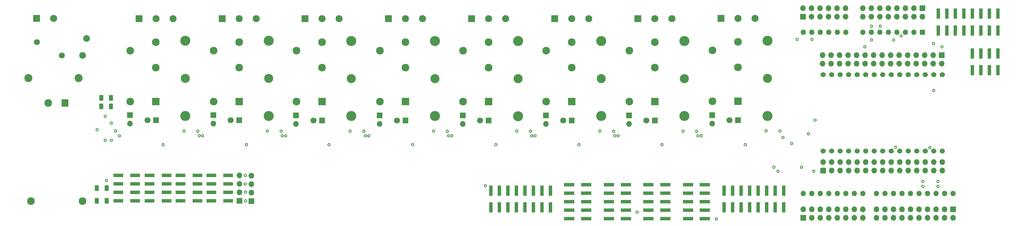
<source format=gbr>
%TF.GenerationSoftware,KiCad,Pcbnew,(6.0.11)*%
%TF.CreationDate,2023-05-25T03:36:55+07:00*%
%TF.ProjectId,RELAY_SHEILD_V2,52454c41-595f-4534-9845-494c445f5632,rev?*%
%TF.SameCoordinates,Original*%
%TF.FileFunction,Soldermask,Top*%
%TF.FilePolarity,Negative*%
%FSLAX46Y46*%
G04 Gerber Fmt 4.6, Leading zero omitted, Abs format (unit mm)*
G04 Created by KiCad (PCBNEW (6.0.11)) date 2023-05-25 03:36:55*
%MOMM*%
%LPD*%
G01*
G04 APERTURE LIST*
G04 Aperture macros list*
%AMRoundRect*
0 Rectangle with rounded corners*
0 $1 Rounding radius*
0 $2 $3 $4 $5 $6 $7 $8 $9 X,Y pos of 4 corners*
0 Add a 4 corners polygon primitive as box body*
4,1,4,$2,$3,$4,$5,$6,$7,$8,$9,$2,$3,0*
0 Add four circle primitives for the rounded corners*
1,1,$1+$1,$2,$3*
1,1,$1+$1,$4,$5*
1,1,$1+$1,$6,$7*
1,1,$1+$1,$8,$9*
0 Add four rect primitives between the rounded corners*
20,1,$1+$1,$2,$3,$4,$5,0*
20,1,$1+$1,$4,$5,$6,$7,0*
20,1,$1+$1,$6,$7,$8,$9,0*
20,1,$1+$1,$8,$9,$2,$3,0*%
G04 Aperture macros list end*
%ADD10C,0.250000*%
%ADD11R,2.300000X2.300000*%
%ADD12C,2.300000*%
%ADD13R,1.700000X1.700000*%
%ADD14O,1.700000X1.700000*%
%ADD15C,1.524000*%
%ADD16R,1.800000X1.800000*%
%ADD17C,1.800000*%
%ADD18C,2.700000*%
%ADD19C,3.000000*%
%ADD20R,3.150000X1.000000*%
%ADD21R,2.100000X2.100000*%
%ADD22C,2.100000*%
%ADD23RoundRect,0.250000X0.312500X0.625000X-0.312500X0.625000X-0.312500X-0.625000X0.312500X-0.625000X0*%
%ADD24C,2.010000*%
%ADD25R,1.000000X3.150000*%
%ADD26R,2.000000X2.300000*%
%ADD27R,3.000000X1.000000*%
%ADD28RoundRect,0.250000X-0.312500X-0.625000X0.312500X-0.625000X0.312500X0.625000X-0.312500X0.625000X0*%
%ADD29C,2.400000*%
%ADD30RoundRect,0.250000X0.375000X0.625000X-0.375000X0.625000X-0.375000X-0.625000X0.375000X-0.625000X0*%
%ADD31R,1.600000X1.600000*%
%ADD32O,1.600000X1.600000*%
G04 APERTURE END LIST*
D10*
X73178055Y-61060000D02*
G75*
G03*
X73178055Y-61060000I-360555J0D01*
G01*
X147578055Y-61100000D02*
G75*
G03*
X147578055Y-61100000I-360555J0D01*
G01*
X49378055Y-61100000D02*
G75*
G03*
X49378055Y-61100000I-360555J0D01*
G01*
X211260555Y-63750000D02*
G75*
G03*
X211260555Y-63750000I-360555J0D01*
G01*
X97618055Y-59714195D02*
G75*
G03*
X97618055Y-59714195I-360555J0D01*
G01*
X251610555Y-32250000D02*
G75*
G03*
X251610555Y-32250000I-360555J0D01*
G01*
X98978055Y-61100000D02*
G75*
G03*
X98978055Y-61100000I-360555J0D01*
G01*
X86950000Y-72950000D02*
G75*
G03*
X86950000Y-72950000I-360555J0D01*
G01*
X227500000Y-86000000D02*
G75*
G03*
X227500000Y-86000000I-360555J0D01*
G01*
X45128055Y-55245000D02*
G75*
G03*
X45128055Y-55245000I-360555J0D01*
G01*
X289110555Y-76250000D02*
G75*
G03*
X289110555Y-76250000I-360555J0D01*
G01*
X111921110Y-63739445D02*
G75*
G03*
X111921110Y-63739445I-360555J0D01*
G01*
X48228055Y-59645000D02*
G75*
G03*
X48228055Y-59645000I-360555J0D01*
G01*
X282640555Y-31180000D02*
G75*
G03*
X282640555Y-31180000I-360555J0D01*
G01*
X196848055Y-59728195D02*
G75*
G03*
X196848055Y-59728195I-360555J0D01*
G01*
X292360555Y-47539445D02*
G75*
G03*
X292360555Y-47539445I-360555J0D01*
G01*
X158560555Y-76039445D02*
G75*
G03*
X158560555Y-76039445I-360555J0D01*
G01*
X123778055Y-61100000D02*
G75*
G03*
X123778055Y-61100000I-360555J0D01*
G01*
X221648055Y-59728195D02*
G75*
G03*
X221648055Y-59728195I-360555J0D01*
G01*
X247360555Y-61600000D02*
G75*
G03*
X247360555Y-61600000I-360555J0D01*
G01*
X172378055Y-61100000D02*
G75*
G03*
X172378055Y-61100000I-360555J0D01*
G01*
X42710555Y-59250000D02*
G75*
G03*
X42710555Y-59250000I-360555J0D01*
G01*
X256560555Y-71700000D02*
G75*
G03*
X256560555Y-71700000I-360555J0D01*
G01*
X252900000Y-70500000D02*
G75*
G03*
X252900000Y-70500000I-360555J0D01*
G01*
X292260555Y-33500000D02*
G75*
G03*
X292260555Y-33500000I-360555J0D01*
G01*
X293610555Y-74750000D02*
G75*
G03*
X293610555Y-74750000I-360555J0D01*
G01*
X93518055Y-59674750D02*
G75*
G03*
X93518055Y-59674750I-360555J0D01*
G01*
X256010555Y-32250000D02*
G75*
G03*
X256010555Y-32250000I-360555J0D01*
G01*
X172028055Y-59738195D02*
G75*
G03*
X172028055Y-59738195I-360555J0D01*
G01*
X280400000Y-32400000D02*
G75*
G03*
X280400000Y-32400000I-360555J0D01*
G01*
X249960555Y-63400000D02*
G75*
G03*
X249960555Y-63400000I-360555J0D01*
G01*
X86910555Y-75550000D02*
G75*
G03*
X86910555Y-75550000I-360555J0D01*
G01*
X161700000Y-63739445D02*
G75*
G03*
X161700000Y-63739445I-360555J0D01*
G01*
X122778055Y-61100000D02*
G75*
G03*
X122778055Y-61100000I-360555J0D01*
G01*
X244660555Y-70500000D02*
G75*
G03*
X244660555Y-70500000I-360555J0D01*
G01*
X122303055Y-59728195D02*
G75*
G03*
X122303055Y-59728195I-360555J0D01*
G01*
X236110555Y-63750000D02*
G75*
G03*
X236110555Y-63750000I-360555J0D01*
G01*
X271798055Y-34460000D02*
G75*
G03*
X271798055Y-34460000I-360555J0D01*
G01*
X217548055Y-59688750D02*
G75*
G03*
X217548055Y-59688750I-360555J0D01*
G01*
X136860555Y-63739445D02*
G75*
G03*
X136860555Y-63739445I-360555J0D01*
G01*
X293610555Y-76250000D02*
G75*
G03*
X293610555Y-76250000I-360555J0D01*
G01*
X45128055Y-62445000D02*
G75*
G03*
X45128055Y-62445000I-360555J0D01*
G01*
X173378055Y-61100000D02*
G75*
G03*
X173378055Y-61100000I-360555J0D01*
G01*
X254960555Y-60500000D02*
G75*
G03*
X254960555Y-60500000I-360555J0D01*
G01*
X273800000Y-32400000D02*
G75*
G03*
X273800000Y-32400000I-360555J0D01*
G01*
X222978055Y-61100000D02*
G75*
G03*
X222978055Y-61100000I-360555J0D01*
G01*
X97978055Y-61100000D02*
G75*
G03*
X97978055Y-61100000I-360555J0D01*
G01*
X147218055Y-59728195D02*
G75*
G03*
X147218055Y-59728195I-360555J0D01*
G01*
X273798055Y-28299445D02*
G75*
G03*
X273798055Y-28299445I-360555J0D01*
G01*
X68653055Y-59674750D02*
G75*
G03*
X68653055Y-59674750I-360555J0D01*
G01*
X294798055Y-34460000D02*
G75*
G03*
X294798055Y-34460000I-360555J0D01*
G01*
X45510555Y-74450000D02*
G75*
G03*
X45510555Y-74450000I-360555J0D01*
G01*
X192748055Y-59688750D02*
G75*
G03*
X192748055Y-59688750I-360555J0D01*
G01*
X46928055Y-57284445D02*
G75*
G03*
X46928055Y-57284445I-360555J0D01*
G01*
X276398055Y-28299445D02*
G75*
G03*
X276398055Y-28299445I-360555J0D01*
G01*
X72753055Y-59714195D02*
G75*
G03*
X72753055Y-59714195I-360555J0D01*
G01*
X198178055Y-61100000D02*
G75*
G03*
X198178055Y-61100000I-360555J0D01*
G01*
X186510555Y-63739445D02*
G75*
G03*
X186510555Y-63739445I-360555J0D01*
G01*
X280998055Y-64499445D02*
G75*
G03*
X280998055Y-64499445I-360555J0D01*
G01*
X46928055Y-62445000D02*
G75*
G03*
X46928055Y-62445000I-360555J0D01*
G01*
X87010555Y-77950000D02*
G75*
G03*
X87010555Y-77950000I-360555J0D01*
G01*
X87260555Y-63739445D02*
G75*
G03*
X87260555Y-63739445I-360555J0D01*
G01*
X203860555Y-83939445D02*
G75*
G03*
X203860555Y-83939445I-360555J0D01*
G01*
X118203055Y-59688750D02*
G75*
G03*
X118203055Y-59688750I-360555J0D01*
G01*
X289110555Y-74750000D02*
G75*
G03*
X289110555Y-74750000I-360555J0D01*
G01*
X256960555Y-56400000D02*
G75*
G03*
X256960555Y-56400000I-360555J0D01*
G01*
X242348055Y-59626875D02*
G75*
G03*
X242348055Y-59626875I-360555J0D01*
G01*
X62400000Y-63739445D02*
G75*
G03*
X62400000Y-63739445I-360555J0D01*
G01*
X143118055Y-59688750D02*
G75*
G03*
X143118055Y-59688750I-360555J0D01*
G01*
X197178055Y-61100000D02*
G75*
G03*
X197178055Y-61100000I-360555J0D01*
G01*
X74178055Y-61080000D02*
G75*
G03*
X74178055Y-61080000I-360555J0D01*
G01*
X246448055Y-59666320D02*
G75*
G03*
X246448055Y-59666320I-360555J0D01*
G01*
X291198055Y-64660000D02*
G75*
G03*
X291198055Y-64660000I-360555J0D01*
G01*
X87010555Y-80550000D02*
G75*
G03*
X87010555Y-80550000I-360555J0D01*
G01*
X148578055Y-61100000D02*
G75*
G03*
X148578055Y-61100000I-360555J0D01*
G01*
X221978055Y-61100000D02*
G75*
G03*
X221978055Y-61100000I-360555J0D01*
G01*
X245900000Y-71700000D02*
G75*
G03*
X245900000Y-71700000I-360555J0D01*
G01*
X167928055Y-59698750D02*
G75*
G03*
X167928055Y-59698750I-360555J0D01*
G01*
D11*
%TO.C,K4*%
X134357500Y-50845000D03*
D12*
X134357500Y-40685000D03*
X134357500Y-33065000D03*
X126737500Y-35605000D03*
X126737500Y-50845000D03*
%TD*%
D13*
%TO.C,J18*%
X253077500Y-85600000D03*
D14*
X253077500Y-83060000D03*
X255617500Y-85600000D03*
X255617500Y-83060000D03*
X258157500Y-85600000D03*
X258157500Y-83060000D03*
X260697500Y-85600000D03*
X260697500Y-83060000D03*
X263237500Y-85600000D03*
X263237500Y-83060000D03*
X265777500Y-85600000D03*
X265777500Y-83060000D03*
X268317500Y-85600000D03*
X268317500Y-83060000D03*
X270857500Y-85600000D03*
X270857500Y-83060000D03*
%TD*%
D15*
%TO.C,U3*%
X258957500Y-65690000D03*
X261497500Y-65690000D03*
X264037500Y-65690000D03*
X266577500Y-65690000D03*
X269117500Y-65690000D03*
X271657500Y-65690000D03*
X274197500Y-65690000D03*
X276737500Y-65690000D03*
X279277500Y-65690000D03*
X281817500Y-65690000D03*
X284357500Y-65690000D03*
X286897500Y-65690000D03*
X289437500Y-65690000D03*
X291977500Y-65690000D03*
X294517500Y-65690000D03*
X294517500Y-42830000D03*
X291977500Y-42830000D03*
X289437500Y-42830000D03*
X286897500Y-42830000D03*
X284357500Y-42830000D03*
X281817500Y-42830000D03*
X279277500Y-42830000D03*
X276737500Y-42830000D03*
X274197500Y-42830000D03*
X271657500Y-42830000D03*
X269117500Y-42830000D03*
X266577500Y-42830000D03*
X264037500Y-42830000D03*
X261497500Y-42830000D03*
X258957500Y-42830000D03*
%TD*%
D16*
%TO.C,D14*%
X208797500Y-56480000D03*
D17*
X206257500Y-56480000D03*
%TD*%
D18*
%TO.C,F10*%
X217562500Y-43945000D03*
D19*
X217562500Y-55195000D03*
X217562500Y-32695000D03*
%TD*%
D13*
%TO.C,J22*%
X52167500Y-54946000D03*
D14*
X52167500Y-57486000D03*
%TD*%
D16*
%TO.C,D8*%
X134367500Y-56480000D03*
D17*
X131827500Y-56480000D03*
%TD*%
D20*
%TO.C,J10*%
X218675000Y-75720000D03*
X223725000Y-75720000D03*
X218675000Y-78260000D03*
X223725000Y-78260000D03*
X218675000Y-80800000D03*
X223725000Y-80800000D03*
X218675000Y-83340000D03*
X223725000Y-83340000D03*
X218675000Y-85880000D03*
X223725000Y-85880000D03*
%TD*%
D18*
%TO.C,F7*%
X143132500Y-43945000D03*
D19*
X143132500Y-55195000D03*
X143132500Y-32695000D03*
%TD*%
D18*
%TO.C,F5*%
X93532500Y-43931000D03*
D19*
X93532500Y-55181000D03*
X93532500Y-32681000D03*
%TD*%
D11*
%TO.C,K7*%
X208787500Y-50845000D03*
D12*
X208787500Y-40685000D03*
X208787500Y-33065000D03*
X201167500Y-35605000D03*
X201167500Y-50845000D03*
%TD*%
D16*
%TO.C,D16*%
X183997500Y-56480000D03*
D17*
X181457500Y-56480000D03*
%TD*%
D11*
%TO.C,K6*%
X233587500Y-50783125D03*
D12*
X233587500Y-40623125D03*
X233587500Y-33003125D03*
X225967500Y-35543125D03*
X225967500Y-50783125D03*
%TD*%
D21*
%TO.C,J13*%
X24305000Y-25950000D03*
D22*
X29385000Y-25950000D03*
%TD*%
D20*
%TO.C,J8*%
X195075000Y-75720000D03*
X200125000Y-75720000D03*
X195075000Y-78260000D03*
X200125000Y-78260000D03*
X195075000Y-80800000D03*
X200125000Y-80800000D03*
X195075000Y-83340000D03*
X200125000Y-83340000D03*
X195075000Y-85880000D03*
X200125000Y-85880000D03*
%TD*%
D18*
%TO.C,F9*%
X242362500Y-43883125D03*
D19*
X242362500Y-55133125D03*
X242362500Y-32633125D03*
%TD*%
D13*
%TO.C,J21*%
X294417500Y-36920000D03*
D14*
X294417500Y-39460000D03*
X291877500Y-36920000D03*
X291877500Y-39460000D03*
X289337500Y-36920000D03*
X289337500Y-39460000D03*
X286797500Y-36920000D03*
X286797500Y-39460000D03*
X284257500Y-36920000D03*
X284257500Y-39460000D03*
X281717500Y-36920000D03*
X281717500Y-39460000D03*
X279177500Y-36920000D03*
X279177500Y-39460000D03*
X276637500Y-36920000D03*
X276637500Y-39460000D03*
X274097500Y-36920000D03*
X274097500Y-39460000D03*
X271557500Y-36920000D03*
X271557500Y-39460000D03*
X269017500Y-36920000D03*
X269017500Y-39460000D03*
X266477500Y-36920000D03*
X266477500Y-39460000D03*
X263937500Y-36920000D03*
X263937500Y-39460000D03*
X261397500Y-36920000D03*
X261397500Y-39460000D03*
X258857500Y-36920000D03*
X258857500Y-39460000D03*
%TD*%
D13*
%TO.C,J28*%
X126632500Y-54960000D03*
D14*
X126632500Y-57500000D03*
%TD*%
D23*
%TO.C,R3*%
X46500000Y-52320000D03*
X43575000Y-52320000D03*
%TD*%
D13*
%TO.C,J34*%
X201062500Y-54960000D03*
D14*
X201062500Y-57500000D03*
%TD*%
D11*
%TO.C,K1*%
X59892500Y-50831000D03*
D12*
X59892500Y-40671000D03*
X59892500Y-33051000D03*
X52272500Y-35591000D03*
X52272500Y-50831000D03*
%TD*%
D13*
%TO.C,J32*%
X225862500Y-54898125D03*
D14*
X225862500Y-57438125D03*
%TD*%
D11*
%TO.C,K3*%
X109442500Y-50845000D03*
D12*
X109442500Y-40685000D03*
X109442500Y-33065000D03*
X101822500Y-35605000D03*
X101822500Y-50845000D03*
%TD*%
D13*
%TO.C,J36*%
X176262500Y-54960000D03*
D14*
X176262500Y-57500000D03*
%TD*%
D24*
%TO.C,F2*%
X39200000Y-31975000D03*
X38000000Y-37075000D03*
%TD*%
D21*
%TO.C,J29*%
X129297500Y-26040000D03*
D22*
X134377500Y-26040000D03*
X139457500Y-26040000D03*
%TD*%
D25*
%TO.C,J16*%
X311130000Y-24500000D03*
X311130000Y-29550000D03*
X308590000Y-24500000D03*
X308590000Y-29550000D03*
X306050000Y-24500000D03*
X306050000Y-29550000D03*
X303510000Y-24500000D03*
X303510000Y-29550000D03*
X300970000Y-24500000D03*
X300970000Y-29550000D03*
X298430000Y-24500000D03*
X298430000Y-29550000D03*
X295890000Y-24500000D03*
X295890000Y-29550000D03*
X293350000Y-24500000D03*
X293350000Y-29550000D03*
%TD*%
D18*
%TO.C,F6*%
X118217500Y-43945000D03*
D19*
X118217500Y-55195000D03*
X118217500Y-32695000D03*
%TD*%
D17*
%TO.C,RV1*%
X31850000Y-37025000D03*
X24350000Y-33025000D03*
%TD*%
D11*
%TO.C,K8*%
X183987500Y-50845000D03*
D12*
X183987500Y-40685000D03*
X183987500Y-33065000D03*
X176367500Y-35605000D03*
X176367500Y-50845000D03*
%TD*%
D17*
%TO.C,D6*%
X106912500Y-56480000D03*
D16*
X109452500Y-56480000D03*
%TD*%
D18*
%TO.C,F8*%
X167942500Y-43955000D03*
D19*
X167942500Y-55205000D03*
X167942500Y-32705000D03*
%TD*%
D17*
%TO.C,D4*%
X82227500Y-56466000D03*
D16*
X84767500Y-56466000D03*
%TD*%
D21*
%TO.C,J33*%
X228527500Y-25978125D03*
D22*
X233607500Y-25978125D03*
X238687500Y-25978125D03*
%TD*%
D13*
%TO.C,J6*%
X88400000Y-80650000D03*
D14*
X88400000Y-78110000D03*
X88400000Y-75570000D03*
X88400000Y-73030000D03*
%TD*%
D13*
%TO.C,J30*%
X151442500Y-54970000D03*
D14*
X151442500Y-57510000D03*
%TD*%
D20*
%TO.C,J9*%
X206875000Y-75720000D03*
X211925000Y-75720000D03*
X206875000Y-78260000D03*
X211925000Y-78260000D03*
X206875000Y-80800000D03*
X211925000Y-80800000D03*
X206875000Y-83340000D03*
X211925000Y-83340000D03*
X206875000Y-85880000D03*
X211925000Y-85880000D03*
%TD*%
D11*
%TO.C,K5*%
X159167500Y-50855000D03*
D12*
X159167500Y-40695000D03*
X159167500Y-33075000D03*
X151547500Y-35615000D03*
X151547500Y-50855000D03*
%TD*%
D13*
%TO.C,J17*%
X297737500Y-83060000D03*
D14*
X297737500Y-85600000D03*
X295197500Y-83060000D03*
X295197500Y-85600000D03*
X292657500Y-83060000D03*
X292657500Y-85600000D03*
X290117500Y-83060000D03*
X290117500Y-85600000D03*
X287577500Y-83060000D03*
X287577500Y-85600000D03*
X285037500Y-83060000D03*
X285037500Y-85600000D03*
X282497500Y-83060000D03*
X282497500Y-85600000D03*
X279957500Y-83060000D03*
X279957500Y-85600000D03*
X277417500Y-83060000D03*
X277417500Y-85600000D03*
X274877500Y-83060000D03*
X274877500Y-85600000D03*
%TD*%
D25*
%TO.C,J11*%
X159860000Y-82525000D03*
X159860000Y-77475000D03*
X162400000Y-82525000D03*
X162400000Y-77475000D03*
X164940000Y-82525000D03*
X164940000Y-77475000D03*
X167480000Y-82525000D03*
X167480000Y-77475000D03*
X170020000Y-82525000D03*
X170020000Y-77475000D03*
X172560000Y-82525000D03*
X172560000Y-77475000D03*
X175100000Y-82525000D03*
X175100000Y-77475000D03*
X177640000Y-82525000D03*
X177640000Y-77475000D03*
%TD*%
D26*
%TO.C,PS1*%
X32805000Y-51287500D03*
D12*
X27805000Y-51287500D03*
X38005000Y-80687500D03*
X22605000Y-80687500D03*
%TD*%
D27*
%TO.C,J3*%
X53680000Y-72940000D03*
X48640000Y-72940000D03*
X53680000Y-75480000D03*
X48640000Y-75480000D03*
X53680000Y-78020000D03*
X48640000Y-78020000D03*
X53680000Y-80560000D03*
X48640000Y-80560000D03*
%TD*%
D25*
%TO.C,J12*%
X229410000Y-82525000D03*
X229410000Y-77475000D03*
X231950000Y-82525000D03*
X231950000Y-77475000D03*
X234490000Y-82525000D03*
X234490000Y-77475000D03*
X237030000Y-82525000D03*
X237030000Y-77475000D03*
X239570000Y-82525000D03*
X239570000Y-77475000D03*
X242110000Y-82525000D03*
X242110000Y-77475000D03*
X244650000Y-82525000D03*
X244650000Y-77475000D03*
X247190000Y-82525000D03*
X247190000Y-77475000D03*
%TD*%
D21*
%TO.C,J31*%
X154107500Y-26050000D03*
D22*
X159187500Y-26050000D03*
X164267500Y-26050000D03*
%TD*%
D13*
%TO.C,J24*%
X77032500Y-54946000D03*
D14*
X77032500Y-57486000D03*
%TD*%
D11*
%TO.C,K2*%
X84757500Y-50831000D03*
D12*
X84757500Y-40671000D03*
X84757500Y-33051000D03*
X77137500Y-35591000D03*
X77137500Y-50831000D03*
%TD*%
D21*
%TO.C,J25*%
X79697500Y-26026000D03*
D22*
X84777500Y-26026000D03*
X89857500Y-26026000D03*
%TD*%
D28*
%TO.C,R2*%
X42287500Y-80550000D03*
X45212500Y-80550000D03*
%TD*%
D29*
%TO.C,C3*%
X36850000Y-43775000D03*
X21850000Y-43775000D03*
%TD*%
D13*
%TO.C,J26*%
X101717500Y-54960000D03*
D14*
X101717500Y-57500000D03*
%TD*%
D21*
%TO.C,J23*%
X54832500Y-26026000D03*
D22*
X59912500Y-26026000D03*
X64992500Y-26026000D03*
%TD*%
D21*
%TO.C,J37*%
X178927500Y-26040000D03*
D22*
X184007500Y-26040000D03*
X189087500Y-26040000D03*
%TD*%
D18*
%TO.C,F11*%
X192762500Y-43945000D03*
D19*
X192762500Y-55195000D03*
X192762500Y-32695000D03*
%TD*%
D30*
%TO.C,D1*%
X46437500Y-49720000D03*
X43637500Y-49720000D03*
%TD*%
D20*
%TO.C,J7*%
X183225000Y-75720000D03*
X188275000Y-75720000D03*
X183225000Y-78260000D03*
X188275000Y-78260000D03*
X183225000Y-80800000D03*
X188275000Y-80800000D03*
X183225000Y-83340000D03*
X188275000Y-83340000D03*
X183225000Y-85880000D03*
X188275000Y-85880000D03*
%TD*%
D16*
%TO.C,D2*%
X59902500Y-56466000D03*
D17*
X57362500Y-56466000D03*
%TD*%
D27*
%TO.C,J2*%
X72270000Y-72940000D03*
X67230000Y-72940000D03*
X72270000Y-75480000D03*
X67230000Y-75480000D03*
X72270000Y-78020000D03*
X67230000Y-78020000D03*
X72270000Y-80560000D03*
X67230000Y-80560000D03*
%TD*%
%TO.C,J5*%
X63070000Y-72940000D03*
X58030000Y-72940000D03*
X63070000Y-75480000D03*
X58030000Y-75480000D03*
X63070000Y-78020000D03*
X58030000Y-78020000D03*
X63070000Y-80560000D03*
X58030000Y-80560000D03*
%TD*%
%TO.C,J4*%
X81470000Y-72940000D03*
X76430000Y-72940000D03*
X81470000Y-75480000D03*
X76430000Y-75480000D03*
X81470000Y-78020000D03*
X76430000Y-78020000D03*
X81470000Y-80560000D03*
X76430000Y-80560000D03*
%TD*%
D13*
%TO.C,J15*%
X253017500Y-25460000D03*
D14*
X253017500Y-22920000D03*
X255557500Y-25460000D03*
X255557500Y-22920000D03*
X258097500Y-25460000D03*
X258097500Y-22920000D03*
X260637500Y-25460000D03*
X260637500Y-22920000D03*
X263177500Y-25460000D03*
X263177500Y-22920000D03*
X265717500Y-25460000D03*
X265717500Y-22920000D03*
%TD*%
D16*
%TO.C,D10*%
X159177500Y-56490000D03*
D17*
X156637500Y-56490000D03*
%TD*%
D28*
%TO.C,R1*%
X42287500Y-76750000D03*
X45212500Y-76750000D03*
%TD*%
D21*
%TO.C,J27*%
X104382500Y-26040000D03*
D22*
X109462500Y-26040000D03*
X114542500Y-26040000D03*
%TD*%
D16*
%TO.C,D12*%
X233597500Y-56418125D03*
D17*
X231057500Y-56418125D03*
%TD*%
D21*
%TO.C,J35*%
X203727500Y-26040000D03*
D22*
X208807500Y-26040000D03*
X213887500Y-26040000D03*
%TD*%
D13*
%TO.C,J19*%
X288597500Y-22920000D03*
D14*
X288597500Y-25460000D03*
X286057500Y-22920000D03*
X286057500Y-25460000D03*
X283517500Y-22920000D03*
X283517500Y-25460000D03*
X280977500Y-22920000D03*
X280977500Y-25460000D03*
X278437500Y-22920000D03*
X278437500Y-25460000D03*
X275897500Y-22920000D03*
X275897500Y-25460000D03*
X273357500Y-22920000D03*
X273357500Y-25460000D03*
X270817500Y-22920000D03*
X270817500Y-25460000D03*
%TD*%
D18*
%TO.C,F4*%
X68667500Y-43931000D03*
D19*
X68667500Y-55181000D03*
X68667500Y-32681000D03*
%TD*%
D25*
%TO.C,J14*%
X303540000Y-41475000D03*
X303540000Y-36425000D03*
X306080000Y-41475000D03*
X306080000Y-36425000D03*
X308620000Y-41475000D03*
X308620000Y-36425000D03*
X311160000Y-41475000D03*
X311160000Y-36425000D03*
%TD*%
D13*
%TO.C,J20*%
X258962500Y-71535000D03*
D14*
X258962500Y-68995000D03*
X261502500Y-71535000D03*
X261502500Y-68995000D03*
X264042500Y-71535000D03*
X264042500Y-68995000D03*
X266582500Y-71535000D03*
X266582500Y-68995000D03*
X269122500Y-71535000D03*
X269122500Y-68995000D03*
X271662500Y-71535000D03*
X271662500Y-68995000D03*
X274202500Y-71535000D03*
X274202500Y-68995000D03*
X276742500Y-71535000D03*
X276742500Y-68995000D03*
X279282500Y-71535000D03*
X279282500Y-68995000D03*
X281822500Y-71535000D03*
X281822500Y-68995000D03*
X284362500Y-71535000D03*
X284362500Y-68995000D03*
X286902500Y-71535000D03*
X286902500Y-68995000D03*
X289442500Y-71535000D03*
X289442500Y-68995000D03*
X291982500Y-71535000D03*
X291982500Y-68995000D03*
X294522500Y-71535000D03*
X294522500Y-68995000D03*
%TD*%
D13*
%TO.C,J1*%
X84850000Y-80600000D03*
D14*
X84850000Y-78060000D03*
X84850000Y-75520000D03*
X84850000Y-72980000D03*
%TD*%
D31*
%TO.C,A1*%
X288612500Y-30130000D03*
D32*
X286072500Y-30130000D03*
X283532500Y-30130000D03*
X280992500Y-30130000D03*
X278452500Y-30130000D03*
X275912500Y-30130000D03*
X273372500Y-30130000D03*
X270832500Y-30130000D03*
X265752500Y-30130000D03*
X263212500Y-30130000D03*
X260672500Y-30130000D03*
X258132500Y-30130000D03*
X255592500Y-30130000D03*
X253052500Y-30130000D03*
X253052500Y-78390000D03*
X255592500Y-78390000D03*
X258132500Y-78390000D03*
X260672500Y-78390000D03*
X263212500Y-78390000D03*
X265752500Y-78390000D03*
X268292500Y-78390000D03*
X270832500Y-78390000D03*
X274892500Y-78390000D03*
X277432500Y-78390000D03*
X279972500Y-78390000D03*
X282512500Y-78390000D03*
X285052500Y-78390000D03*
X287592500Y-78390000D03*
X290132500Y-78390000D03*
X292672500Y-78390000D03*
X295212500Y-78390000D03*
X297752500Y-78390000D03*
%TD*%
M02*

</source>
